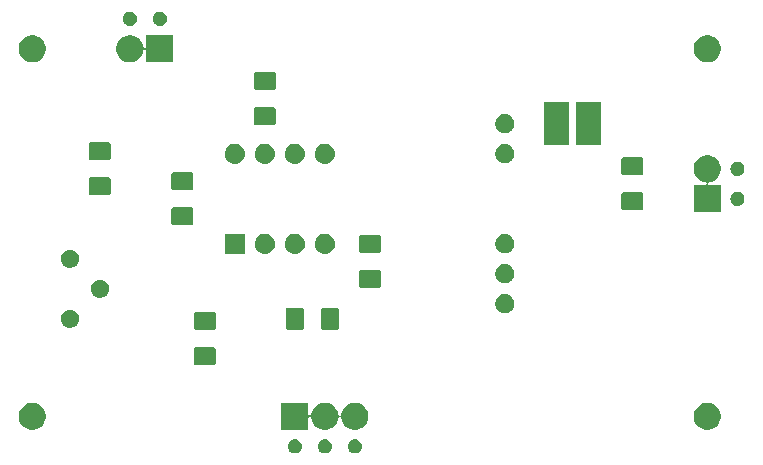
<source format=gbr>
G04 #@! TF.GenerationSoftware,KiCad,Pcbnew,(5.0.2)-1*
G04 #@! TF.CreationDate,2021-10-26T14:02:46-04:00*
G04 #@! TF.ProjectId,thermistor_amplifier,74686572-6d69-4737-946f-725f616d706c,rev?*
G04 #@! TF.SameCoordinates,Original*
G04 #@! TF.FileFunction,Soldermask,Top*
G04 #@! TF.FilePolarity,Negative*
%FSLAX46Y46*%
G04 Gerber Fmt 4.6, Leading zero omitted, Abs format (unit mm)*
G04 Created by KiCad (PCBNEW (5.0.2)-1) date 10/26/2021 2:02:46 PM*
%MOMM*%
%LPD*%
G01*
G04 APERTURE LIST*
%ADD10C,0.100000*%
G04 APERTURE END LIST*
D10*
G36*
X117015305Y-97847096D02*
X117124680Y-97892400D01*
X117223118Y-97958175D01*
X117306825Y-98041882D01*
X117372600Y-98140320D01*
X117417904Y-98249695D01*
X117441000Y-98365806D01*
X117441000Y-98484194D01*
X117417904Y-98600305D01*
X117372600Y-98709680D01*
X117306825Y-98808118D01*
X117223118Y-98891825D01*
X117124680Y-98957600D01*
X117015305Y-99002904D01*
X116899194Y-99026000D01*
X116780806Y-99026000D01*
X116664695Y-99002904D01*
X116555320Y-98957600D01*
X116456882Y-98891825D01*
X116373175Y-98808118D01*
X116307400Y-98709680D01*
X116262096Y-98600305D01*
X116239000Y-98484194D01*
X116239000Y-98365806D01*
X116262096Y-98249695D01*
X116307400Y-98140320D01*
X116373175Y-98041882D01*
X116456882Y-97958175D01*
X116555320Y-97892400D01*
X116664695Y-97847096D01*
X116780806Y-97824000D01*
X116899194Y-97824000D01*
X117015305Y-97847096D01*
X117015305Y-97847096D01*
G37*
G36*
X119555305Y-97847096D02*
X119664680Y-97892400D01*
X119763118Y-97958175D01*
X119846825Y-98041882D01*
X119912600Y-98140320D01*
X119957904Y-98249695D01*
X119981000Y-98365806D01*
X119981000Y-98484194D01*
X119957904Y-98600305D01*
X119912600Y-98709680D01*
X119846825Y-98808118D01*
X119763118Y-98891825D01*
X119664680Y-98957600D01*
X119555305Y-99002904D01*
X119439194Y-99026000D01*
X119320806Y-99026000D01*
X119204695Y-99002904D01*
X119095320Y-98957600D01*
X118996882Y-98891825D01*
X118913175Y-98808118D01*
X118847400Y-98709680D01*
X118802096Y-98600305D01*
X118779000Y-98484194D01*
X118779000Y-98365806D01*
X118802096Y-98249695D01*
X118847400Y-98140320D01*
X118913175Y-98041882D01*
X118996882Y-97958175D01*
X119095320Y-97892400D01*
X119204695Y-97847096D01*
X119320806Y-97824000D01*
X119439194Y-97824000D01*
X119555305Y-97847096D01*
X119555305Y-97847096D01*
G37*
G36*
X122095305Y-97847096D02*
X122204680Y-97892400D01*
X122303118Y-97958175D01*
X122386825Y-98041882D01*
X122452600Y-98140320D01*
X122497904Y-98249695D01*
X122521000Y-98365806D01*
X122521000Y-98484194D01*
X122497904Y-98600305D01*
X122452600Y-98709680D01*
X122386825Y-98808118D01*
X122303118Y-98891825D01*
X122204680Y-98957600D01*
X122095305Y-99002904D01*
X121979194Y-99026000D01*
X121860806Y-99026000D01*
X121744695Y-99002904D01*
X121635320Y-98957600D01*
X121536882Y-98891825D01*
X121453175Y-98808118D01*
X121387400Y-98709680D01*
X121342096Y-98600305D01*
X121319000Y-98484194D01*
X121319000Y-98365806D01*
X121342096Y-98249695D01*
X121387400Y-98140320D01*
X121453175Y-98041882D01*
X121536882Y-97958175D01*
X121635320Y-97892400D01*
X121744695Y-97847096D01*
X121860806Y-97824000D01*
X121979194Y-97824000D01*
X122095305Y-97847096D01*
X122095305Y-97847096D01*
G37*
G36*
X117991000Y-95698997D02*
X117993402Y-95723383D01*
X118000515Y-95746832D01*
X118012066Y-95768443D01*
X118027612Y-95787385D01*
X118046554Y-95802931D01*
X118068165Y-95814482D01*
X118091614Y-95821595D01*
X118116000Y-95823997D01*
X118140386Y-95821595D01*
X118163835Y-95814482D01*
X118185446Y-95802931D01*
X118204388Y-95787385D01*
X118219934Y-95768443D01*
X118231485Y-95746832D01*
X118238598Y-95723383D01*
X118273232Y-95549266D01*
X118359996Y-95339798D01*
X118485962Y-95151277D01*
X118646277Y-94990962D01*
X118834798Y-94864996D01*
X119044266Y-94778232D01*
X119266635Y-94734000D01*
X119493365Y-94734000D01*
X119715734Y-94778232D01*
X119925202Y-94864996D01*
X120113723Y-94990962D01*
X120274038Y-95151277D01*
X120400004Y-95339798D01*
X120486768Y-95549266D01*
X120527402Y-95753547D01*
X120534515Y-95776996D01*
X120546066Y-95798607D01*
X120561612Y-95817549D01*
X120580554Y-95833095D01*
X120602165Y-95844646D01*
X120625614Y-95851759D01*
X120650000Y-95854161D01*
X120674386Y-95851759D01*
X120697835Y-95844646D01*
X120719446Y-95833095D01*
X120738388Y-95817549D01*
X120753934Y-95798607D01*
X120765485Y-95776996D01*
X120772598Y-95753547D01*
X120813232Y-95549266D01*
X120899996Y-95339798D01*
X121025962Y-95151277D01*
X121186277Y-94990962D01*
X121374798Y-94864996D01*
X121584266Y-94778232D01*
X121806635Y-94734000D01*
X122033365Y-94734000D01*
X122255734Y-94778232D01*
X122465202Y-94864996D01*
X122653723Y-94990962D01*
X122814038Y-95151277D01*
X122940004Y-95339798D01*
X123026768Y-95549266D01*
X123071000Y-95771635D01*
X123071000Y-95998365D01*
X123026768Y-96220734D01*
X122940004Y-96430202D01*
X122814038Y-96618723D01*
X122653723Y-96779038D01*
X122465202Y-96905004D01*
X122255734Y-96991768D01*
X122033365Y-97036000D01*
X121806635Y-97036000D01*
X121584266Y-96991768D01*
X121374798Y-96905004D01*
X121186277Y-96779038D01*
X121025962Y-96618723D01*
X120899996Y-96430202D01*
X120813232Y-96220734D01*
X120772598Y-96016453D01*
X120765485Y-95993004D01*
X120753934Y-95971393D01*
X120738388Y-95952451D01*
X120719446Y-95936905D01*
X120697835Y-95925354D01*
X120674386Y-95918241D01*
X120650000Y-95915839D01*
X120625614Y-95918241D01*
X120602165Y-95925354D01*
X120580554Y-95936905D01*
X120561612Y-95952451D01*
X120546066Y-95971393D01*
X120534515Y-95993004D01*
X120527402Y-96016453D01*
X120486768Y-96220734D01*
X120400004Y-96430202D01*
X120274038Y-96618723D01*
X120113723Y-96779038D01*
X119925202Y-96905004D01*
X119715734Y-96991768D01*
X119493365Y-97036000D01*
X119266635Y-97036000D01*
X119044266Y-96991768D01*
X118834798Y-96905004D01*
X118646277Y-96779038D01*
X118485962Y-96618723D01*
X118359996Y-96430202D01*
X118273232Y-96220734D01*
X118238598Y-96046617D01*
X118231485Y-96023168D01*
X118219934Y-96001557D01*
X118204388Y-95982615D01*
X118185446Y-95967069D01*
X118163835Y-95955518D01*
X118140386Y-95948405D01*
X118116000Y-95946003D01*
X118091614Y-95948405D01*
X118068165Y-95955518D01*
X118046554Y-95967069D01*
X118027612Y-95982615D01*
X118012066Y-96001557D01*
X118000515Y-96023168D01*
X117993402Y-96046617D01*
X117991000Y-96071003D01*
X117991000Y-97036000D01*
X115689000Y-97036000D01*
X115689000Y-94734000D01*
X117991000Y-94734000D01*
X117991000Y-95698997D01*
X117991000Y-95698997D01*
G37*
G36*
X152100734Y-94778232D02*
X152310202Y-94864996D01*
X152498723Y-94990962D01*
X152659038Y-95151277D01*
X152785004Y-95339798D01*
X152871768Y-95549266D01*
X152916000Y-95771635D01*
X152916000Y-95998365D01*
X152871768Y-96220734D01*
X152785004Y-96430202D01*
X152659038Y-96618723D01*
X152498723Y-96779038D01*
X152310202Y-96905004D01*
X152100734Y-96991768D01*
X151878365Y-97036000D01*
X151651635Y-97036000D01*
X151429266Y-96991768D01*
X151219798Y-96905004D01*
X151031277Y-96779038D01*
X150870962Y-96618723D01*
X150744996Y-96430202D01*
X150658232Y-96220734D01*
X150614000Y-95998365D01*
X150614000Y-95771635D01*
X150658232Y-95549266D01*
X150744996Y-95339798D01*
X150870962Y-95151277D01*
X151031277Y-94990962D01*
X151219798Y-94864996D01*
X151429266Y-94778232D01*
X151651635Y-94734000D01*
X151878365Y-94734000D01*
X152100734Y-94778232D01*
X152100734Y-94778232D01*
G37*
G36*
X94950734Y-94778232D02*
X95160202Y-94864996D01*
X95348723Y-94990962D01*
X95509038Y-95151277D01*
X95635004Y-95339798D01*
X95721768Y-95549266D01*
X95766000Y-95771635D01*
X95766000Y-95998365D01*
X95721768Y-96220734D01*
X95635004Y-96430202D01*
X95509038Y-96618723D01*
X95348723Y-96779038D01*
X95160202Y-96905004D01*
X94950734Y-96991768D01*
X94728365Y-97036000D01*
X94501635Y-97036000D01*
X94279266Y-96991768D01*
X94069798Y-96905004D01*
X93881277Y-96779038D01*
X93720962Y-96618723D01*
X93594996Y-96430202D01*
X93508232Y-96220734D01*
X93464000Y-95998365D01*
X93464000Y-95771635D01*
X93508232Y-95549266D01*
X93594996Y-95339798D01*
X93720962Y-95151277D01*
X93881277Y-94990962D01*
X94069798Y-94864996D01*
X94279266Y-94778232D01*
X94501635Y-94734000D01*
X94728365Y-94734000D01*
X94950734Y-94778232D01*
X94950734Y-94778232D01*
G37*
G36*
X109995562Y-90045681D02*
X110030477Y-90056273D01*
X110062665Y-90073478D01*
X110090873Y-90096627D01*
X110114022Y-90124835D01*
X110131227Y-90157023D01*
X110141819Y-90191938D01*
X110146000Y-90234395D01*
X110146000Y-91375605D01*
X110141819Y-91418062D01*
X110131227Y-91452977D01*
X110114022Y-91485165D01*
X110090873Y-91513373D01*
X110062665Y-91536522D01*
X110030477Y-91553727D01*
X109995562Y-91564319D01*
X109953105Y-91568500D01*
X108486895Y-91568500D01*
X108444438Y-91564319D01*
X108409523Y-91553727D01*
X108377335Y-91536522D01*
X108349127Y-91513373D01*
X108325978Y-91485165D01*
X108308773Y-91452977D01*
X108298181Y-91418062D01*
X108294000Y-91375605D01*
X108294000Y-90234395D01*
X108298181Y-90191938D01*
X108308773Y-90157023D01*
X108325978Y-90124835D01*
X108349127Y-90096627D01*
X108377335Y-90073478D01*
X108409523Y-90056273D01*
X108444438Y-90045681D01*
X108486895Y-90041500D01*
X109953105Y-90041500D01*
X109995562Y-90045681D01*
X109995562Y-90045681D01*
G37*
G36*
X109995562Y-87070681D02*
X110030477Y-87081273D01*
X110062665Y-87098478D01*
X110090873Y-87121627D01*
X110114022Y-87149835D01*
X110131227Y-87182023D01*
X110141819Y-87216938D01*
X110146000Y-87259395D01*
X110146000Y-88400605D01*
X110141819Y-88443062D01*
X110131227Y-88477977D01*
X110114022Y-88510165D01*
X110090873Y-88538373D01*
X110062665Y-88561522D01*
X110030477Y-88578727D01*
X109995562Y-88589319D01*
X109953105Y-88593500D01*
X108486895Y-88593500D01*
X108444438Y-88589319D01*
X108409523Y-88578727D01*
X108377335Y-88561522D01*
X108349127Y-88538373D01*
X108325978Y-88510165D01*
X108308773Y-88477977D01*
X108298181Y-88443062D01*
X108294000Y-88400605D01*
X108294000Y-87259395D01*
X108298181Y-87216938D01*
X108308773Y-87182023D01*
X108325978Y-87149835D01*
X108349127Y-87121627D01*
X108377335Y-87098478D01*
X108409523Y-87081273D01*
X108444438Y-87070681D01*
X108486895Y-87066500D01*
X109953105Y-87066500D01*
X109995562Y-87070681D01*
X109995562Y-87070681D01*
G37*
G36*
X120428062Y-86708181D02*
X120462977Y-86718773D01*
X120495165Y-86735978D01*
X120523373Y-86759127D01*
X120546522Y-86787335D01*
X120563727Y-86819523D01*
X120574319Y-86854438D01*
X120578500Y-86896895D01*
X120578500Y-88363105D01*
X120574319Y-88405562D01*
X120563727Y-88440477D01*
X120546522Y-88472665D01*
X120523373Y-88500873D01*
X120495165Y-88524022D01*
X120462977Y-88541227D01*
X120428062Y-88551819D01*
X120385605Y-88556000D01*
X119244395Y-88556000D01*
X119201938Y-88551819D01*
X119167023Y-88541227D01*
X119134835Y-88524022D01*
X119106627Y-88500873D01*
X119083478Y-88472665D01*
X119066273Y-88440477D01*
X119055681Y-88405562D01*
X119051500Y-88363105D01*
X119051500Y-86896895D01*
X119055681Y-86854438D01*
X119066273Y-86819523D01*
X119083478Y-86787335D01*
X119106627Y-86759127D01*
X119134835Y-86735978D01*
X119167023Y-86718773D01*
X119201938Y-86708181D01*
X119244395Y-86704000D01*
X120385605Y-86704000D01*
X120428062Y-86708181D01*
X120428062Y-86708181D01*
G37*
G36*
X117453062Y-86708181D02*
X117487977Y-86718773D01*
X117520165Y-86735978D01*
X117548373Y-86759127D01*
X117571522Y-86787335D01*
X117588727Y-86819523D01*
X117599319Y-86854438D01*
X117603500Y-86896895D01*
X117603500Y-88363105D01*
X117599319Y-88405562D01*
X117588727Y-88440477D01*
X117571522Y-88472665D01*
X117548373Y-88500873D01*
X117520165Y-88524022D01*
X117487977Y-88541227D01*
X117453062Y-88551819D01*
X117410605Y-88556000D01*
X116269395Y-88556000D01*
X116226938Y-88551819D01*
X116192023Y-88541227D01*
X116159835Y-88524022D01*
X116131627Y-88500873D01*
X116108478Y-88472665D01*
X116091273Y-88440477D01*
X116080681Y-88405562D01*
X116076500Y-88363105D01*
X116076500Y-86896895D01*
X116080681Y-86854438D01*
X116091273Y-86819523D01*
X116108478Y-86787335D01*
X116131627Y-86759127D01*
X116159835Y-86735978D01*
X116192023Y-86718773D01*
X116226938Y-86708181D01*
X116269395Y-86704000D01*
X117410605Y-86704000D01*
X117453062Y-86708181D01*
X117453062Y-86708181D01*
G37*
G36*
X97915589Y-86868876D02*
X98014893Y-86888629D01*
X98155206Y-86946748D01*
X98281484Y-87031125D01*
X98388875Y-87138516D01*
X98473252Y-87264794D01*
X98531371Y-87405107D01*
X98561000Y-87554063D01*
X98561000Y-87705937D01*
X98531371Y-87854893D01*
X98473252Y-87995206D01*
X98388875Y-88121484D01*
X98281484Y-88228875D01*
X98155206Y-88313252D01*
X98014893Y-88371371D01*
X97918101Y-88390624D01*
X97865938Y-88401000D01*
X97714062Y-88401000D01*
X97661899Y-88390624D01*
X97565107Y-88371371D01*
X97424794Y-88313252D01*
X97298516Y-88228875D01*
X97191125Y-88121484D01*
X97106748Y-87995206D01*
X97048629Y-87854893D01*
X97019000Y-87705937D01*
X97019000Y-87554063D01*
X97048629Y-87405107D01*
X97106748Y-87264794D01*
X97191125Y-87138516D01*
X97298516Y-87031125D01*
X97424794Y-86946748D01*
X97565107Y-86888629D01*
X97664411Y-86868876D01*
X97714062Y-86859000D01*
X97865938Y-86859000D01*
X97915589Y-86868876D01*
X97915589Y-86868876D01*
G37*
G36*
X134857142Y-85578242D02*
X135005102Y-85639530D01*
X135138258Y-85728502D01*
X135251498Y-85841742D01*
X135340470Y-85974898D01*
X135401758Y-86122858D01*
X135433000Y-86279925D01*
X135433000Y-86440075D01*
X135401758Y-86597142D01*
X135357495Y-86704000D01*
X135349049Y-86724392D01*
X135340470Y-86745102D01*
X135331099Y-86759127D01*
X135288380Y-86823061D01*
X135251498Y-86878258D01*
X135138258Y-86991498D01*
X135005102Y-87080470D01*
X135005101Y-87080471D01*
X135005100Y-87080471D01*
X134989598Y-87086892D01*
X134857142Y-87141758D01*
X134700075Y-87173000D01*
X134539925Y-87173000D01*
X134382858Y-87141758D01*
X134250402Y-87086892D01*
X134234900Y-87080471D01*
X134234899Y-87080471D01*
X134234898Y-87080470D01*
X134101742Y-86991498D01*
X133988502Y-86878258D01*
X133951621Y-86823061D01*
X133908901Y-86759127D01*
X133899530Y-86745102D01*
X133890952Y-86724392D01*
X133882505Y-86704000D01*
X133838242Y-86597142D01*
X133807000Y-86440075D01*
X133807000Y-86279925D01*
X133838242Y-86122858D01*
X133899530Y-85974898D01*
X133988502Y-85841742D01*
X134101742Y-85728502D01*
X134234898Y-85639530D01*
X134382858Y-85578242D01*
X134539925Y-85547000D01*
X134700075Y-85547000D01*
X134857142Y-85578242D01*
X134857142Y-85578242D01*
G37*
G36*
X100455589Y-84328876D02*
X100554893Y-84348629D01*
X100695206Y-84406748D01*
X100821484Y-84491125D01*
X100928875Y-84598516D01*
X101013252Y-84724794D01*
X101071371Y-84865107D01*
X101078200Y-84899439D01*
X101097827Y-84998108D01*
X101101000Y-85014063D01*
X101101000Y-85165937D01*
X101071371Y-85314893D01*
X101013252Y-85455206D01*
X100928875Y-85581484D01*
X100821484Y-85688875D01*
X100695206Y-85773252D01*
X100554893Y-85831371D01*
X100455589Y-85851124D01*
X100405938Y-85861000D01*
X100254062Y-85861000D01*
X100204411Y-85851124D01*
X100105107Y-85831371D01*
X99964794Y-85773252D01*
X99838516Y-85688875D01*
X99731125Y-85581484D01*
X99646748Y-85455206D01*
X99588629Y-85314893D01*
X99559000Y-85165937D01*
X99559000Y-85014063D01*
X99562174Y-84998108D01*
X99581800Y-84899439D01*
X99588629Y-84865107D01*
X99646748Y-84724794D01*
X99731125Y-84598516D01*
X99838516Y-84491125D01*
X99964794Y-84406748D01*
X100105107Y-84348629D01*
X100204411Y-84328876D01*
X100254062Y-84319000D01*
X100405938Y-84319000D01*
X100455589Y-84328876D01*
X100455589Y-84328876D01*
G37*
G36*
X123965562Y-83495681D02*
X124000477Y-83506273D01*
X124032665Y-83523478D01*
X124060873Y-83546627D01*
X124084022Y-83574835D01*
X124101227Y-83607023D01*
X124111819Y-83641938D01*
X124116000Y-83684395D01*
X124116000Y-84825605D01*
X124111819Y-84868062D01*
X124101227Y-84902977D01*
X124084022Y-84935165D01*
X124060873Y-84963373D01*
X124032665Y-84986522D01*
X124000477Y-85003727D01*
X123965562Y-85014319D01*
X123923105Y-85018500D01*
X122456895Y-85018500D01*
X122414438Y-85014319D01*
X122379523Y-85003727D01*
X122347335Y-84986522D01*
X122319127Y-84963373D01*
X122295978Y-84935165D01*
X122278773Y-84902977D01*
X122268181Y-84868062D01*
X122264000Y-84825605D01*
X122264000Y-83684395D01*
X122268181Y-83641938D01*
X122278773Y-83607023D01*
X122295978Y-83574835D01*
X122319127Y-83546627D01*
X122347335Y-83523478D01*
X122379523Y-83506273D01*
X122414438Y-83495681D01*
X122456895Y-83491500D01*
X123923105Y-83491500D01*
X123965562Y-83495681D01*
X123965562Y-83495681D01*
G37*
G36*
X134857142Y-83038242D02*
X135005102Y-83099530D01*
X135138258Y-83188502D01*
X135251498Y-83301742D01*
X135340470Y-83434898D01*
X135401758Y-83582858D01*
X135433000Y-83739925D01*
X135433000Y-83900075D01*
X135401758Y-84057142D01*
X135340470Y-84205102D01*
X135251498Y-84338258D01*
X135138258Y-84451498D01*
X135005102Y-84540470D01*
X134857142Y-84601758D01*
X134700075Y-84633000D01*
X134539925Y-84633000D01*
X134382858Y-84601758D01*
X134234898Y-84540470D01*
X134101742Y-84451498D01*
X133988502Y-84338258D01*
X133899530Y-84205102D01*
X133838242Y-84057142D01*
X133807000Y-83900075D01*
X133807000Y-83739925D01*
X133838242Y-83582858D01*
X133899530Y-83434898D01*
X133988502Y-83301742D01*
X134101742Y-83188502D01*
X134234898Y-83099530D01*
X134382858Y-83038242D01*
X134539925Y-83007000D01*
X134700075Y-83007000D01*
X134857142Y-83038242D01*
X134857142Y-83038242D01*
G37*
G36*
X97915589Y-81788876D02*
X98014893Y-81808629D01*
X98155206Y-81866748D01*
X98281484Y-81951125D01*
X98388875Y-82058516D01*
X98473252Y-82184794D01*
X98531371Y-82325107D01*
X98561000Y-82474063D01*
X98561000Y-82625937D01*
X98531371Y-82774893D01*
X98473252Y-82915206D01*
X98388875Y-83041484D01*
X98281484Y-83148875D01*
X98155206Y-83233252D01*
X98014893Y-83291371D01*
X97915589Y-83311124D01*
X97865938Y-83321000D01*
X97714062Y-83321000D01*
X97664411Y-83311124D01*
X97565107Y-83291371D01*
X97424794Y-83233252D01*
X97298516Y-83148875D01*
X97191125Y-83041484D01*
X97106748Y-82915206D01*
X97048629Y-82774893D01*
X97019000Y-82625937D01*
X97019000Y-82474063D01*
X97048629Y-82325107D01*
X97106748Y-82184794D01*
X97191125Y-82058516D01*
X97298516Y-81951125D01*
X97424794Y-81866748D01*
X97565107Y-81808629D01*
X97664411Y-81788876D01*
X97714062Y-81779000D01*
X97865938Y-81779000D01*
X97915589Y-81788876D01*
X97915589Y-81788876D01*
G37*
G36*
X114466821Y-80441313D02*
X114466824Y-80441314D01*
X114466825Y-80441314D01*
X114627239Y-80489975D01*
X114627241Y-80489976D01*
X114627244Y-80489977D01*
X114775078Y-80568995D01*
X114904659Y-80675341D01*
X115011005Y-80804922D01*
X115090023Y-80952756D01*
X115090024Y-80952759D01*
X115090025Y-80952761D01*
X115138686Y-81113175D01*
X115138687Y-81113179D01*
X115155117Y-81280000D01*
X115138687Y-81446821D01*
X115138686Y-81446824D01*
X115138686Y-81446825D01*
X115117356Y-81517142D01*
X115090023Y-81607244D01*
X115011005Y-81755078D01*
X114904659Y-81884659D01*
X114775078Y-81991005D01*
X114627244Y-82070023D01*
X114627241Y-82070024D01*
X114627239Y-82070025D01*
X114466825Y-82118686D01*
X114466824Y-82118686D01*
X114466821Y-82118687D01*
X114341804Y-82131000D01*
X114258196Y-82131000D01*
X114133179Y-82118687D01*
X114133176Y-82118686D01*
X114133175Y-82118686D01*
X113972761Y-82070025D01*
X113972759Y-82070024D01*
X113972756Y-82070023D01*
X113824922Y-81991005D01*
X113695341Y-81884659D01*
X113588995Y-81755078D01*
X113509977Y-81607244D01*
X113482645Y-81517142D01*
X113461314Y-81446825D01*
X113461314Y-81446824D01*
X113461313Y-81446821D01*
X113444883Y-81280000D01*
X113461313Y-81113179D01*
X113461314Y-81113175D01*
X113509975Y-80952761D01*
X113509976Y-80952759D01*
X113509977Y-80952756D01*
X113588995Y-80804922D01*
X113695341Y-80675341D01*
X113824922Y-80568995D01*
X113972756Y-80489977D01*
X113972759Y-80489976D01*
X113972761Y-80489975D01*
X114133175Y-80441314D01*
X114133176Y-80441314D01*
X114133179Y-80441313D01*
X114258196Y-80429000D01*
X114341804Y-80429000D01*
X114466821Y-80441313D01*
X114466821Y-80441313D01*
G37*
G36*
X112611000Y-82131000D02*
X110909000Y-82131000D01*
X110909000Y-80429000D01*
X112611000Y-80429000D01*
X112611000Y-82131000D01*
X112611000Y-82131000D01*
G37*
G36*
X117006821Y-80441313D02*
X117006824Y-80441314D01*
X117006825Y-80441314D01*
X117167239Y-80489975D01*
X117167241Y-80489976D01*
X117167244Y-80489977D01*
X117315078Y-80568995D01*
X117444659Y-80675341D01*
X117551005Y-80804922D01*
X117630023Y-80952756D01*
X117630024Y-80952759D01*
X117630025Y-80952761D01*
X117678686Y-81113175D01*
X117678687Y-81113179D01*
X117695117Y-81280000D01*
X117678687Y-81446821D01*
X117678686Y-81446824D01*
X117678686Y-81446825D01*
X117657356Y-81517142D01*
X117630023Y-81607244D01*
X117551005Y-81755078D01*
X117444659Y-81884659D01*
X117315078Y-81991005D01*
X117167244Y-82070023D01*
X117167241Y-82070024D01*
X117167239Y-82070025D01*
X117006825Y-82118686D01*
X117006824Y-82118686D01*
X117006821Y-82118687D01*
X116881804Y-82131000D01*
X116798196Y-82131000D01*
X116673179Y-82118687D01*
X116673176Y-82118686D01*
X116673175Y-82118686D01*
X116512761Y-82070025D01*
X116512759Y-82070024D01*
X116512756Y-82070023D01*
X116364922Y-81991005D01*
X116235341Y-81884659D01*
X116128995Y-81755078D01*
X116049977Y-81607244D01*
X116022645Y-81517142D01*
X116001314Y-81446825D01*
X116001314Y-81446824D01*
X116001313Y-81446821D01*
X115984883Y-81280000D01*
X116001313Y-81113179D01*
X116001314Y-81113175D01*
X116049975Y-80952761D01*
X116049976Y-80952759D01*
X116049977Y-80952756D01*
X116128995Y-80804922D01*
X116235341Y-80675341D01*
X116364922Y-80568995D01*
X116512756Y-80489977D01*
X116512759Y-80489976D01*
X116512761Y-80489975D01*
X116673175Y-80441314D01*
X116673176Y-80441314D01*
X116673179Y-80441313D01*
X116798196Y-80429000D01*
X116881804Y-80429000D01*
X117006821Y-80441313D01*
X117006821Y-80441313D01*
G37*
G36*
X119546821Y-80441313D02*
X119546824Y-80441314D01*
X119546825Y-80441314D01*
X119707239Y-80489975D01*
X119707241Y-80489976D01*
X119707244Y-80489977D01*
X119855078Y-80568995D01*
X119984659Y-80675341D01*
X120091005Y-80804922D01*
X120170023Y-80952756D01*
X120170024Y-80952759D01*
X120170025Y-80952761D01*
X120218686Y-81113175D01*
X120218687Y-81113179D01*
X120235117Y-81280000D01*
X120218687Y-81446821D01*
X120218686Y-81446824D01*
X120218686Y-81446825D01*
X120197356Y-81517142D01*
X120170023Y-81607244D01*
X120091005Y-81755078D01*
X119984659Y-81884659D01*
X119855078Y-81991005D01*
X119707244Y-82070023D01*
X119707241Y-82070024D01*
X119707239Y-82070025D01*
X119546825Y-82118686D01*
X119546824Y-82118686D01*
X119546821Y-82118687D01*
X119421804Y-82131000D01*
X119338196Y-82131000D01*
X119213179Y-82118687D01*
X119213176Y-82118686D01*
X119213175Y-82118686D01*
X119052761Y-82070025D01*
X119052759Y-82070024D01*
X119052756Y-82070023D01*
X118904922Y-81991005D01*
X118775341Y-81884659D01*
X118668995Y-81755078D01*
X118589977Y-81607244D01*
X118562645Y-81517142D01*
X118541314Y-81446825D01*
X118541314Y-81446824D01*
X118541313Y-81446821D01*
X118524883Y-81280000D01*
X118541313Y-81113179D01*
X118541314Y-81113175D01*
X118589975Y-80952761D01*
X118589976Y-80952759D01*
X118589977Y-80952756D01*
X118668995Y-80804922D01*
X118775341Y-80675341D01*
X118904922Y-80568995D01*
X119052756Y-80489977D01*
X119052759Y-80489976D01*
X119052761Y-80489975D01*
X119213175Y-80441314D01*
X119213176Y-80441314D01*
X119213179Y-80441313D01*
X119338196Y-80429000D01*
X119421804Y-80429000D01*
X119546821Y-80441313D01*
X119546821Y-80441313D01*
G37*
G36*
X134857142Y-80498242D02*
X135005102Y-80559530D01*
X135023206Y-80571627D01*
X135118891Y-80635561D01*
X135138258Y-80648502D01*
X135251498Y-80761742D01*
X135340470Y-80894898D01*
X135401758Y-81042858D01*
X135433000Y-81199925D01*
X135433000Y-81360075D01*
X135401758Y-81517142D01*
X135364438Y-81607239D01*
X135340471Y-81665100D01*
X135251499Y-81798257D01*
X135138257Y-81911499D01*
X135078952Y-81951125D01*
X135005102Y-82000470D01*
X134857142Y-82061758D01*
X134700075Y-82093000D01*
X134539925Y-82093000D01*
X134382858Y-82061758D01*
X134234898Y-82000470D01*
X134161048Y-81951125D01*
X134101743Y-81911499D01*
X133988501Y-81798257D01*
X133899529Y-81665100D01*
X133875562Y-81607239D01*
X133838242Y-81517142D01*
X133807000Y-81360075D01*
X133807000Y-81199925D01*
X133838242Y-81042858D01*
X133899530Y-80894898D01*
X133988502Y-80761742D01*
X134101742Y-80648502D01*
X134121110Y-80635561D01*
X134216794Y-80571627D01*
X134234898Y-80559530D01*
X134382858Y-80498242D01*
X134539925Y-80467000D01*
X134700075Y-80467000D01*
X134857142Y-80498242D01*
X134857142Y-80498242D01*
G37*
G36*
X123965562Y-80520681D02*
X124000477Y-80531273D01*
X124032665Y-80548478D01*
X124060873Y-80571627D01*
X124084022Y-80599835D01*
X124101227Y-80632023D01*
X124111819Y-80666938D01*
X124116000Y-80709395D01*
X124116000Y-81850605D01*
X124111819Y-81893062D01*
X124101227Y-81927977D01*
X124084022Y-81960165D01*
X124060873Y-81988373D01*
X124032665Y-82011522D01*
X124000477Y-82028727D01*
X123965562Y-82039319D01*
X123923105Y-82043500D01*
X122456895Y-82043500D01*
X122414438Y-82039319D01*
X122379523Y-82028727D01*
X122347335Y-82011522D01*
X122319127Y-81988373D01*
X122295978Y-81960165D01*
X122278773Y-81927977D01*
X122268181Y-81893062D01*
X122264000Y-81850605D01*
X122264000Y-80709395D01*
X122268181Y-80666938D01*
X122278773Y-80632023D01*
X122295978Y-80599835D01*
X122319127Y-80571627D01*
X122347335Y-80548478D01*
X122379523Y-80531273D01*
X122414438Y-80520681D01*
X122456895Y-80516500D01*
X123923105Y-80516500D01*
X123965562Y-80520681D01*
X123965562Y-80520681D01*
G37*
G36*
X108090562Y-78198181D02*
X108125477Y-78208773D01*
X108157665Y-78225978D01*
X108185873Y-78249127D01*
X108209022Y-78277335D01*
X108226227Y-78309523D01*
X108236819Y-78344438D01*
X108241000Y-78386895D01*
X108241000Y-79528105D01*
X108236819Y-79570562D01*
X108226227Y-79605477D01*
X108209022Y-79637665D01*
X108185873Y-79665873D01*
X108157665Y-79689022D01*
X108125477Y-79706227D01*
X108090562Y-79716819D01*
X108048105Y-79721000D01*
X106581895Y-79721000D01*
X106539438Y-79716819D01*
X106504523Y-79706227D01*
X106472335Y-79689022D01*
X106444127Y-79665873D01*
X106420978Y-79637665D01*
X106403773Y-79605477D01*
X106393181Y-79570562D01*
X106389000Y-79528105D01*
X106389000Y-78386895D01*
X106393181Y-78344438D01*
X106403773Y-78309523D01*
X106420978Y-78277335D01*
X106444127Y-78249127D01*
X106472335Y-78225978D01*
X106504523Y-78208773D01*
X106539438Y-78198181D01*
X106581895Y-78194000D01*
X108048105Y-78194000D01*
X108090562Y-78198181D01*
X108090562Y-78198181D01*
G37*
G36*
X152100734Y-73823232D02*
X152310202Y-73909996D01*
X152498723Y-74035962D01*
X152659038Y-74196277D01*
X152785004Y-74384798D01*
X152871768Y-74594266D01*
X152916000Y-74816635D01*
X152916000Y-75043365D01*
X152871768Y-75265734D01*
X152785004Y-75475202D01*
X152659038Y-75663723D01*
X152498723Y-75824038D01*
X152310202Y-75950004D01*
X152100734Y-76036768D01*
X151926617Y-76071402D01*
X151903168Y-76078515D01*
X151881557Y-76090066D01*
X151862615Y-76105612D01*
X151847069Y-76124554D01*
X151835518Y-76146165D01*
X151828405Y-76169614D01*
X151826003Y-76194000D01*
X151828405Y-76218386D01*
X151835518Y-76241835D01*
X151847069Y-76263446D01*
X151862615Y-76282388D01*
X151881557Y-76297934D01*
X151903168Y-76309485D01*
X151926617Y-76316598D01*
X151951003Y-76319000D01*
X152916000Y-76319000D01*
X152916000Y-78621000D01*
X150614000Y-78621000D01*
X150614000Y-76319000D01*
X151578997Y-76319000D01*
X151603383Y-76316598D01*
X151626832Y-76309485D01*
X151648443Y-76297934D01*
X151667385Y-76282388D01*
X151682931Y-76263446D01*
X151694482Y-76241835D01*
X151701595Y-76218386D01*
X151703997Y-76194000D01*
X151701595Y-76169614D01*
X151694482Y-76146165D01*
X151682931Y-76124554D01*
X151667385Y-76105612D01*
X151648443Y-76090066D01*
X151626832Y-76078515D01*
X151603383Y-76071402D01*
X151429266Y-76036768D01*
X151219798Y-75950004D01*
X151031277Y-75824038D01*
X150870962Y-75663723D01*
X150744996Y-75475202D01*
X150658232Y-75265734D01*
X150614000Y-75043365D01*
X150614000Y-74816635D01*
X150658232Y-74594266D01*
X150744996Y-74384798D01*
X150870962Y-74196277D01*
X151031277Y-74035962D01*
X151219798Y-73909996D01*
X151429266Y-73823232D01*
X151651635Y-73779000D01*
X151878365Y-73779000D01*
X152100734Y-73823232D01*
X152100734Y-73823232D01*
G37*
G36*
X146190562Y-76928181D02*
X146225477Y-76938773D01*
X146257665Y-76955978D01*
X146285873Y-76979127D01*
X146309022Y-77007335D01*
X146326227Y-77039523D01*
X146336819Y-77074438D01*
X146341000Y-77116895D01*
X146341000Y-78258105D01*
X146336819Y-78300562D01*
X146326227Y-78335477D01*
X146309022Y-78367665D01*
X146285873Y-78395873D01*
X146257665Y-78419022D01*
X146225477Y-78436227D01*
X146190562Y-78446819D01*
X146148105Y-78451000D01*
X144681895Y-78451000D01*
X144639438Y-78446819D01*
X144604523Y-78436227D01*
X144572335Y-78419022D01*
X144544127Y-78395873D01*
X144520978Y-78367665D01*
X144503773Y-78335477D01*
X144493181Y-78300562D01*
X144489000Y-78258105D01*
X144489000Y-77116895D01*
X144493181Y-77074438D01*
X144503773Y-77039523D01*
X144520978Y-77007335D01*
X144544127Y-76979127D01*
X144572335Y-76955978D01*
X144604523Y-76938773D01*
X144639438Y-76928181D01*
X144681895Y-76924000D01*
X146148105Y-76924000D01*
X146190562Y-76928181D01*
X146190562Y-76928181D01*
G37*
G36*
X154480305Y-76892096D02*
X154589680Y-76937400D01*
X154688118Y-77003175D01*
X154771825Y-77086882D01*
X154837600Y-77185320D01*
X154882904Y-77294695D01*
X154906000Y-77410806D01*
X154906000Y-77529194D01*
X154882904Y-77645305D01*
X154837600Y-77754680D01*
X154771825Y-77853118D01*
X154688118Y-77936825D01*
X154589680Y-78002600D01*
X154480305Y-78047904D01*
X154364194Y-78071000D01*
X154245806Y-78071000D01*
X154129695Y-78047904D01*
X154020320Y-78002600D01*
X153921882Y-77936825D01*
X153838175Y-77853118D01*
X153772400Y-77754680D01*
X153727096Y-77645305D01*
X153704000Y-77529194D01*
X153704000Y-77410806D01*
X153727096Y-77294695D01*
X153772400Y-77185320D01*
X153838175Y-77086882D01*
X153921882Y-77003175D01*
X154020320Y-76937400D01*
X154129695Y-76892096D01*
X154245806Y-76869000D01*
X154364194Y-76869000D01*
X154480305Y-76892096D01*
X154480305Y-76892096D01*
G37*
G36*
X101105562Y-75658181D02*
X101140477Y-75668773D01*
X101172665Y-75685978D01*
X101200873Y-75709127D01*
X101224022Y-75737335D01*
X101241227Y-75769523D01*
X101251819Y-75804438D01*
X101256000Y-75846895D01*
X101256000Y-76988105D01*
X101251819Y-77030562D01*
X101241227Y-77065477D01*
X101224022Y-77097665D01*
X101200873Y-77125873D01*
X101172665Y-77149022D01*
X101140477Y-77166227D01*
X101105562Y-77176819D01*
X101063105Y-77181000D01*
X99596895Y-77181000D01*
X99554438Y-77176819D01*
X99519523Y-77166227D01*
X99487335Y-77149022D01*
X99459127Y-77125873D01*
X99435978Y-77097665D01*
X99418773Y-77065477D01*
X99408181Y-77030562D01*
X99404000Y-76988105D01*
X99404000Y-75846895D01*
X99408181Y-75804438D01*
X99418773Y-75769523D01*
X99435978Y-75737335D01*
X99459127Y-75709127D01*
X99487335Y-75685978D01*
X99519523Y-75668773D01*
X99554438Y-75658181D01*
X99596895Y-75654000D01*
X101063105Y-75654000D01*
X101105562Y-75658181D01*
X101105562Y-75658181D01*
G37*
G36*
X108090562Y-75223181D02*
X108125477Y-75233773D01*
X108157665Y-75250978D01*
X108185873Y-75274127D01*
X108209022Y-75302335D01*
X108226227Y-75334523D01*
X108236819Y-75369438D01*
X108241000Y-75411895D01*
X108241000Y-76553105D01*
X108236819Y-76595562D01*
X108226227Y-76630477D01*
X108209022Y-76662665D01*
X108185873Y-76690873D01*
X108157665Y-76714022D01*
X108125477Y-76731227D01*
X108090562Y-76741819D01*
X108048105Y-76746000D01*
X106581895Y-76746000D01*
X106539438Y-76741819D01*
X106504523Y-76731227D01*
X106472335Y-76714022D01*
X106444127Y-76690873D01*
X106420978Y-76662665D01*
X106403773Y-76630477D01*
X106393181Y-76595562D01*
X106389000Y-76553105D01*
X106389000Y-75411895D01*
X106393181Y-75369438D01*
X106403773Y-75334523D01*
X106420978Y-75302335D01*
X106444127Y-75274127D01*
X106472335Y-75250978D01*
X106504523Y-75233773D01*
X106539438Y-75223181D01*
X106581895Y-75219000D01*
X108048105Y-75219000D01*
X108090562Y-75223181D01*
X108090562Y-75223181D01*
G37*
G36*
X154480305Y-74352096D02*
X154589680Y-74397400D01*
X154688118Y-74463175D01*
X154771825Y-74546882D01*
X154837600Y-74645320D01*
X154882904Y-74754695D01*
X154906000Y-74870806D01*
X154906000Y-74989194D01*
X154882904Y-75105305D01*
X154837600Y-75214680D01*
X154771825Y-75313118D01*
X154688118Y-75396825D01*
X154589680Y-75462600D01*
X154480305Y-75507904D01*
X154364194Y-75531000D01*
X154245806Y-75531000D01*
X154129695Y-75507904D01*
X154020320Y-75462600D01*
X153921882Y-75396825D01*
X153838175Y-75313118D01*
X153772400Y-75214680D01*
X153727096Y-75105305D01*
X153704000Y-74989194D01*
X153704000Y-74870806D01*
X153727096Y-74754695D01*
X153772400Y-74645320D01*
X153838175Y-74546882D01*
X153921882Y-74463175D01*
X154020320Y-74397400D01*
X154129695Y-74352096D01*
X154245806Y-74329000D01*
X154364194Y-74329000D01*
X154480305Y-74352096D01*
X154480305Y-74352096D01*
G37*
G36*
X146190562Y-73953181D02*
X146225477Y-73963773D01*
X146257665Y-73980978D01*
X146285873Y-74004127D01*
X146309022Y-74032335D01*
X146326227Y-74064523D01*
X146336819Y-74099438D01*
X146341000Y-74141895D01*
X146341000Y-75283105D01*
X146336819Y-75325562D01*
X146326227Y-75360477D01*
X146309022Y-75392665D01*
X146285873Y-75420873D01*
X146257665Y-75444022D01*
X146225477Y-75461227D01*
X146190562Y-75471819D01*
X146148105Y-75476000D01*
X144681895Y-75476000D01*
X144639438Y-75471819D01*
X144604523Y-75461227D01*
X144572335Y-75444022D01*
X144544127Y-75420873D01*
X144520978Y-75392665D01*
X144503773Y-75360477D01*
X144493181Y-75325562D01*
X144489000Y-75283105D01*
X144489000Y-74141895D01*
X144493181Y-74099438D01*
X144503773Y-74064523D01*
X144520978Y-74032335D01*
X144544127Y-74004127D01*
X144572335Y-73980978D01*
X144604523Y-73963773D01*
X144639438Y-73953181D01*
X144681895Y-73949000D01*
X146148105Y-73949000D01*
X146190562Y-73953181D01*
X146190562Y-73953181D01*
G37*
G36*
X117006821Y-72821313D02*
X117006824Y-72821314D01*
X117006825Y-72821314D01*
X117167239Y-72869975D01*
X117167241Y-72869976D01*
X117167244Y-72869977D01*
X117315078Y-72948995D01*
X117444659Y-73055341D01*
X117551005Y-73184922D01*
X117630023Y-73332756D01*
X117630024Y-73332759D01*
X117630025Y-73332761D01*
X117678686Y-73493175D01*
X117678687Y-73493179D01*
X117695117Y-73660000D01*
X117678687Y-73826821D01*
X117678686Y-73826824D01*
X117678686Y-73826825D01*
X117635439Y-73969392D01*
X117630023Y-73987244D01*
X117551005Y-74135078D01*
X117444659Y-74264659D01*
X117315078Y-74371005D01*
X117167244Y-74450023D01*
X117167241Y-74450024D01*
X117167239Y-74450025D01*
X117006825Y-74498686D01*
X117006824Y-74498686D01*
X117006821Y-74498687D01*
X116881804Y-74511000D01*
X116798196Y-74511000D01*
X116673179Y-74498687D01*
X116673176Y-74498686D01*
X116673175Y-74498686D01*
X116512761Y-74450025D01*
X116512759Y-74450024D01*
X116512756Y-74450023D01*
X116364922Y-74371005D01*
X116235341Y-74264659D01*
X116128995Y-74135078D01*
X116049977Y-73987244D01*
X116044562Y-73969392D01*
X116001314Y-73826825D01*
X116001314Y-73826824D01*
X116001313Y-73826821D01*
X115984883Y-73660000D01*
X116001313Y-73493179D01*
X116001314Y-73493175D01*
X116049975Y-73332761D01*
X116049976Y-73332759D01*
X116049977Y-73332756D01*
X116128995Y-73184922D01*
X116235341Y-73055341D01*
X116364922Y-72948995D01*
X116512756Y-72869977D01*
X116512759Y-72869976D01*
X116512761Y-72869975D01*
X116673175Y-72821314D01*
X116673176Y-72821314D01*
X116673179Y-72821313D01*
X116798196Y-72809000D01*
X116881804Y-72809000D01*
X117006821Y-72821313D01*
X117006821Y-72821313D01*
G37*
G36*
X111926821Y-72821313D02*
X111926824Y-72821314D01*
X111926825Y-72821314D01*
X112087239Y-72869975D01*
X112087241Y-72869976D01*
X112087244Y-72869977D01*
X112235078Y-72948995D01*
X112364659Y-73055341D01*
X112471005Y-73184922D01*
X112550023Y-73332756D01*
X112550024Y-73332759D01*
X112550025Y-73332761D01*
X112598686Y-73493175D01*
X112598687Y-73493179D01*
X112615117Y-73660000D01*
X112598687Y-73826821D01*
X112598686Y-73826824D01*
X112598686Y-73826825D01*
X112555439Y-73969392D01*
X112550023Y-73987244D01*
X112471005Y-74135078D01*
X112364659Y-74264659D01*
X112235078Y-74371005D01*
X112087244Y-74450023D01*
X112087241Y-74450024D01*
X112087239Y-74450025D01*
X111926825Y-74498686D01*
X111926824Y-74498686D01*
X111926821Y-74498687D01*
X111801804Y-74511000D01*
X111718196Y-74511000D01*
X111593179Y-74498687D01*
X111593176Y-74498686D01*
X111593175Y-74498686D01*
X111432761Y-74450025D01*
X111432759Y-74450024D01*
X111432756Y-74450023D01*
X111284922Y-74371005D01*
X111155341Y-74264659D01*
X111048995Y-74135078D01*
X110969977Y-73987244D01*
X110964562Y-73969392D01*
X110921314Y-73826825D01*
X110921314Y-73826824D01*
X110921313Y-73826821D01*
X110904883Y-73660000D01*
X110921313Y-73493179D01*
X110921314Y-73493175D01*
X110969975Y-73332761D01*
X110969976Y-73332759D01*
X110969977Y-73332756D01*
X111048995Y-73184922D01*
X111155341Y-73055341D01*
X111284922Y-72948995D01*
X111432756Y-72869977D01*
X111432759Y-72869976D01*
X111432761Y-72869975D01*
X111593175Y-72821314D01*
X111593176Y-72821314D01*
X111593179Y-72821313D01*
X111718196Y-72809000D01*
X111801804Y-72809000D01*
X111926821Y-72821313D01*
X111926821Y-72821313D01*
G37*
G36*
X114466821Y-72821313D02*
X114466824Y-72821314D01*
X114466825Y-72821314D01*
X114627239Y-72869975D01*
X114627241Y-72869976D01*
X114627244Y-72869977D01*
X114775078Y-72948995D01*
X114904659Y-73055341D01*
X115011005Y-73184922D01*
X115090023Y-73332756D01*
X115090024Y-73332759D01*
X115090025Y-73332761D01*
X115138686Y-73493175D01*
X115138687Y-73493179D01*
X115155117Y-73660000D01*
X115138687Y-73826821D01*
X115138686Y-73826824D01*
X115138686Y-73826825D01*
X115095439Y-73969392D01*
X115090023Y-73987244D01*
X115011005Y-74135078D01*
X114904659Y-74264659D01*
X114775078Y-74371005D01*
X114627244Y-74450023D01*
X114627241Y-74450024D01*
X114627239Y-74450025D01*
X114466825Y-74498686D01*
X114466824Y-74498686D01*
X114466821Y-74498687D01*
X114341804Y-74511000D01*
X114258196Y-74511000D01*
X114133179Y-74498687D01*
X114133176Y-74498686D01*
X114133175Y-74498686D01*
X113972761Y-74450025D01*
X113972759Y-74450024D01*
X113972756Y-74450023D01*
X113824922Y-74371005D01*
X113695341Y-74264659D01*
X113588995Y-74135078D01*
X113509977Y-73987244D01*
X113504562Y-73969392D01*
X113461314Y-73826825D01*
X113461314Y-73826824D01*
X113461313Y-73826821D01*
X113444883Y-73660000D01*
X113461313Y-73493179D01*
X113461314Y-73493175D01*
X113509975Y-73332761D01*
X113509976Y-73332759D01*
X113509977Y-73332756D01*
X113588995Y-73184922D01*
X113695341Y-73055341D01*
X113824922Y-72948995D01*
X113972756Y-72869977D01*
X113972759Y-72869976D01*
X113972761Y-72869975D01*
X114133175Y-72821314D01*
X114133176Y-72821314D01*
X114133179Y-72821313D01*
X114258196Y-72809000D01*
X114341804Y-72809000D01*
X114466821Y-72821313D01*
X114466821Y-72821313D01*
G37*
G36*
X119546821Y-72821313D02*
X119546824Y-72821314D01*
X119546825Y-72821314D01*
X119707239Y-72869975D01*
X119707241Y-72869976D01*
X119707244Y-72869977D01*
X119855078Y-72948995D01*
X119984659Y-73055341D01*
X120091005Y-73184922D01*
X120170023Y-73332756D01*
X120170024Y-73332759D01*
X120170025Y-73332761D01*
X120218686Y-73493175D01*
X120218687Y-73493179D01*
X120235117Y-73660000D01*
X120218687Y-73826821D01*
X120218686Y-73826824D01*
X120218686Y-73826825D01*
X120175439Y-73969392D01*
X120170023Y-73987244D01*
X120091005Y-74135078D01*
X119984659Y-74264659D01*
X119855078Y-74371005D01*
X119707244Y-74450023D01*
X119707241Y-74450024D01*
X119707239Y-74450025D01*
X119546825Y-74498686D01*
X119546824Y-74498686D01*
X119546821Y-74498687D01*
X119421804Y-74511000D01*
X119338196Y-74511000D01*
X119213179Y-74498687D01*
X119213176Y-74498686D01*
X119213175Y-74498686D01*
X119052761Y-74450025D01*
X119052759Y-74450024D01*
X119052756Y-74450023D01*
X118904922Y-74371005D01*
X118775341Y-74264659D01*
X118668995Y-74135078D01*
X118589977Y-73987244D01*
X118584562Y-73969392D01*
X118541314Y-73826825D01*
X118541314Y-73826824D01*
X118541313Y-73826821D01*
X118524883Y-73660000D01*
X118541313Y-73493179D01*
X118541314Y-73493175D01*
X118589975Y-73332761D01*
X118589976Y-73332759D01*
X118589977Y-73332756D01*
X118668995Y-73184922D01*
X118775341Y-73055341D01*
X118904922Y-72948995D01*
X119052756Y-72869977D01*
X119052759Y-72869976D01*
X119052761Y-72869975D01*
X119213175Y-72821314D01*
X119213176Y-72821314D01*
X119213179Y-72821313D01*
X119338196Y-72809000D01*
X119421804Y-72809000D01*
X119546821Y-72821313D01*
X119546821Y-72821313D01*
G37*
G36*
X134857142Y-72878242D02*
X135005102Y-72939530D01*
X135138258Y-73028502D01*
X135251498Y-73141742D01*
X135340470Y-73274898D01*
X135401758Y-73422858D01*
X135433000Y-73579925D01*
X135433000Y-73740075D01*
X135401758Y-73897142D01*
X135361576Y-73994148D01*
X135340471Y-74045100D01*
X135254329Y-74174022D01*
X135251498Y-74178258D01*
X135138258Y-74291498D01*
X135005102Y-74380470D01*
X135005101Y-74380471D01*
X135005100Y-74380471D01*
X134971583Y-74394354D01*
X134857142Y-74441758D01*
X134700075Y-74473000D01*
X134539925Y-74473000D01*
X134382858Y-74441758D01*
X134268417Y-74394354D01*
X134234900Y-74380471D01*
X134234899Y-74380471D01*
X134234898Y-74380470D01*
X134101742Y-74291498D01*
X133988502Y-74178258D01*
X133985672Y-74174022D01*
X133899529Y-74045100D01*
X133878424Y-73994148D01*
X133838242Y-73897142D01*
X133807000Y-73740075D01*
X133807000Y-73579925D01*
X133838242Y-73422858D01*
X133899530Y-73274898D01*
X133988502Y-73141742D01*
X134101742Y-73028502D01*
X134234898Y-72939530D01*
X134382858Y-72878242D01*
X134539925Y-72847000D01*
X134700075Y-72847000D01*
X134857142Y-72878242D01*
X134857142Y-72878242D01*
G37*
G36*
X101105562Y-72683181D02*
X101140477Y-72693773D01*
X101172665Y-72710978D01*
X101200873Y-72734127D01*
X101224022Y-72762335D01*
X101241227Y-72794523D01*
X101251819Y-72829438D01*
X101256000Y-72871895D01*
X101256000Y-74013105D01*
X101251819Y-74055562D01*
X101241227Y-74090477D01*
X101224022Y-74122665D01*
X101200873Y-74150873D01*
X101172665Y-74174022D01*
X101140477Y-74191227D01*
X101105562Y-74201819D01*
X101063105Y-74206000D01*
X99596895Y-74206000D01*
X99554438Y-74201819D01*
X99519523Y-74191227D01*
X99487335Y-74174022D01*
X99459127Y-74150873D01*
X99435978Y-74122665D01*
X99418773Y-74090477D01*
X99408181Y-74055562D01*
X99404000Y-74013105D01*
X99404000Y-72871895D01*
X99408181Y-72829438D01*
X99418773Y-72794523D01*
X99435978Y-72762335D01*
X99459127Y-72734127D01*
X99487335Y-72710978D01*
X99519523Y-72693773D01*
X99554438Y-72683181D01*
X99596895Y-72679000D01*
X101063105Y-72679000D01*
X101105562Y-72683181D01*
X101105562Y-72683181D01*
G37*
G36*
X140036000Y-72921000D02*
X137934000Y-72921000D01*
X137934000Y-69319000D01*
X140036000Y-69319000D01*
X140036000Y-72921000D01*
X140036000Y-72921000D01*
G37*
G36*
X142736000Y-72921000D02*
X140634000Y-72921000D01*
X140634000Y-69319000D01*
X142736000Y-69319000D01*
X142736000Y-72921000D01*
X142736000Y-72921000D01*
G37*
G36*
X134857142Y-70338242D02*
X135005102Y-70399530D01*
X135138258Y-70488502D01*
X135251498Y-70601742D01*
X135340470Y-70734898D01*
X135401758Y-70882858D01*
X135433000Y-71039925D01*
X135433000Y-71200075D01*
X135401758Y-71357142D01*
X135340470Y-71505102D01*
X135251498Y-71638258D01*
X135138258Y-71751498D01*
X135005102Y-71840470D01*
X134857142Y-71901758D01*
X134700075Y-71933000D01*
X134539925Y-71933000D01*
X134382858Y-71901758D01*
X134234898Y-71840470D01*
X134101742Y-71751498D01*
X133988502Y-71638258D01*
X133899530Y-71505102D01*
X133838242Y-71357142D01*
X133807000Y-71200075D01*
X133807000Y-71039925D01*
X133838242Y-70882858D01*
X133899530Y-70734898D01*
X133988502Y-70601742D01*
X134101742Y-70488502D01*
X134234898Y-70399530D01*
X134382858Y-70338242D01*
X134539925Y-70307000D01*
X134700075Y-70307000D01*
X134857142Y-70338242D01*
X134857142Y-70338242D01*
G37*
G36*
X115075562Y-69725681D02*
X115110477Y-69736273D01*
X115142665Y-69753478D01*
X115170873Y-69776627D01*
X115194022Y-69804835D01*
X115211227Y-69837023D01*
X115221819Y-69871938D01*
X115226000Y-69914395D01*
X115226000Y-71055605D01*
X115221819Y-71098062D01*
X115211227Y-71132977D01*
X115194022Y-71165165D01*
X115170873Y-71193373D01*
X115142665Y-71216522D01*
X115110477Y-71233727D01*
X115075562Y-71244319D01*
X115033105Y-71248500D01*
X113566895Y-71248500D01*
X113524438Y-71244319D01*
X113489523Y-71233727D01*
X113457335Y-71216522D01*
X113429127Y-71193373D01*
X113405978Y-71165165D01*
X113388773Y-71132977D01*
X113378181Y-71098062D01*
X113374000Y-71055605D01*
X113374000Y-69914395D01*
X113378181Y-69871938D01*
X113388773Y-69837023D01*
X113405978Y-69804835D01*
X113429127Y-69776627D01*
X113457335Y-69753478D01*
X113489523Y-69736273D01*
X113524438Y-69725681D01*
X113566895Y-69721500D01*
X115033105Y-69721500D01*
X115075562Y-69725681D01*
X115075562Y-69725681D01*
G37*
G36*
X115075562Y-66750681D02*
X115110477Y-66761273D01*
X115142665Y-66778478D01*
X115170873Y-66801627D01*
X115194022Y-66829835D01*
X115211227Y-66862023D01*
X115221819Y-66896938D01*
X115226000Y-66939395D01*
X115226000Y-68080605D01*
X115221819Y-68123062D01*
X115211227Y-68157977D01*
X115194022Y-68190165D01*
X115170873Y-68218373D01*
X115142665Y-68241522D01*
X115110477Y-68258727D01*
X115075562Y-68269319D01*
X115033105Y-68273500D01*
X113566895Y-68273500D01*
X113524438Y-68269319D01*
X113489523Y-68258727D01*
X113457335Y-68241522D01*
X113429127Y-68218373D01*
X113405978Y-68190165D01*
X113388773Y-68157977D01*
X113378181Y-68123062D01*
X113374000Y-68080605D01*
X113374000Y-66939395D01*
X113378181Y-66896938D01*
X113388773Y-66862023D01*
X113405978Y-66829835D01*
X113429127Y-66801627D01*
X113457335Y-66778478D01*
X113489523Y-66761273D01*
X113524438Y-66750681D01*
X113566895Y-66746500D01*
X115033105Y-66746500D01*
X115075562Y-66750681D01*
X115075562Y-66750681D01*
G37*
G36*
X103205734Y-63663232D02*
X103415202Y-63749996D01*
X103603723Y-63875962D01*
X103764038Y-64036277D01*
X103890004Y-64224798D01*
X103976768Y-64434266D01*
X104011402Y-64608383D01*
X104018515Y-64631832D01*
X104030066Y-64653443D01*
X104045612Y-64672385D01*
X104064554Y-64687931D01*
X104086165Y-64699482D01*
X104109614Y-64706595D01*
X104134000Y-64708997D01*
X104158386Y-64706595D01*
X104181835Y-64699482D01*
X104203446Y-64687931D01*
X104222388Y-64672385D01*
X104237934Y-64653443D01*
X104249485Y-64631832D01*
X104256598Y-64608383D01*
X104259000Y-64583997D01*
X104259000Y-63619000D01*
X106561000Y-63619000D01*
X106561000Y-65921000D01*
X104259000Y-65921000D01*
X104259000Y-64956003D01*
X104256598Y-64931617D01*
X104249485Y-64908168D01*
X104237934Y-64886557D01*
X104222388Y-64867615D01*
X104203446Y-64852069D01*
X104181835Y-64840518D01*
X104158386Y-64833405D01*
X104134000Y-64831003D01*
X104109614Y-64833405D01*
X104086165Y-64840518D01*
X104064554Y-64852069D01*
X104045612Y-64867615D01*
X104030066Y-64886557D01*
X104018515Y-64908168D01*
X104011402Y-64931617D01*
X103976768Y-65105734D01*
X103890004Y-65315202D01*
X103764038Y-65503723D01*
X103603723Y-65664038D01*
X103415202Y-65790004D01*
X103205734Y-65876768D01*
X102983365Y-65921000D01*
X102756635Y-65921000D01*
X102534266Y-65876768D01*
X102324798Y-65790004D01*
X102136277Y-65664038D01*
X101975962Y-65503723D01*
X101849996Y-65315202D01*
X101763232Y-65105734D01*
X101719000Y-64883365D01*
X101719000Y-64656635D01*
X101763232Y-64434266D01*
X101849996Y-64224798D01*
X101975962Y-64036277D01*
X102136277Y-63875962D01*
X102324798Y-63749996D01*
X102534266Y-63663232D01*
X102756635Y-63619000D01*
X102983365Y-63619000D01*
X103205734Y-63663232D01*
X103205734Y-63663232D01*
G37*
G36*
X152100734Y-63663232D02*
X152310202Y-63749996D01*
X152498723Y-63875962D01*
X152659038Y-64036277D01*
X152785004Y-64224798D01*
X152871768Y-64434266D01*
X152916000Y-64656635D01*
X152916000Y-64883365D01*
X152871768Y-65105734D01*
X152785004Y-65315202D01*
X152659038Y-65503723D01*
X152498723Y-65664038D01*
X152310202Y-65790004D01*
X152100734Y-65876768D01*
X151878365Y-65921000D01*
X151651635Y-65921000D01*
X151429266Y-65876768D01*
X151219798Y-65790004D01*
X151031277Y-65664038D01*
X150870962Y-65503723D01*
X150744996Y-65315202D01*
X150658232Y-65105734D01*
X150614000Y-64883365D01*
X150614000Y-64656635D01*
X150658232Y-64434266D01*
X150744996Y-64224798D01*
X150870962Y-64036277D01*
X151031277Y-63875962D01*
X151219798Y-63749996D01*
X151429266Y-63663232D01*
X151651635Y-63619000D01*
X151878365Y-63619000D01*
X152100734Y-63663232D01*
X152100734Y-63663232D01*
G37*
G36*
X94950734Y-63663232D02*
X95160202Y-63749996D01*
X95348723Y-63875962D01*
X95509038Y-64036277D01*
X95635004Y-64224798D01*
X95721768Y-64434266D01*
X95766000Y-64656635D01*
X95766000Y-64883365D01*
X95721768Y-65105734D01*
X95635004Y-65315202D01*
X95509038Y-65503723D01*
X95348723Y-65664038D01*
X95160202Y-65790004D01*
X94950734Y-65876768D01*
X94728365Y-65921000D01*
X94501635Y-65921000D01*
X94279266Y-65876768D01*
X94069798Y-65790004D01*
X93881277Y-65664038D01*
X93720962Y-65503723D01*
X93594996Y-65315202D01*
X93508232Y-65105734D01*
X93464000Y-64883365D01*
X93464000Y-64656635D01*
X93508232Y-64434266D01*
X93594996Y-64224798D01*
X93720962Y-64036277D01*
X93881277Y-63875962D01*
X94069798Y-63749996D01*
X94279266Y-63663232D01*
X94501635Y-63619000D01*
X94728365Y-63619000D01*
X94950734Y-63663232D01*
X94950734Y-63663232D01*
G37*
G36*
X105585305Y-61652096D02*
X105694680Y-61697400D01*
X105793118Y-61763175D01*
X105876825Y-61846882D01*
X105942600Y-61945320D01*
X105987904Y-62054695D01*
X106011000Y-62170806D01*
X106011000Y-62289194D01*
X105987904Y-62405305D01*
X105942600Y-62514680D01*
X105876825Y-62613118D01*
X105793118Y-62696825D01*
X105694680Y-62762600D01*
X105585305Y-62807904D01*
X105469194Y-62831000D01*
X105350806Y-62831000D01*
X105234695Y-62807904D01*
X105125320Y-62762600D01*
X105026882Y-62696825D01*
X104943175Y-62613118D01*
X104877400Y-62514680D01*
X104832096Y-62405305D01*
X104809000Y-62289194D01*
X104809000Y-62170806D01*
X104832096Y-62054695D01*
X104877400Y-61945320D01*
X104943175Y-61846882D01*
X105026882Y-61763175D01*
X105125320Y-61697400D01*
X105234695Y-61652096D01*
X105350806Y-61629000D01*
X105469194Y-61629000D01*
X105585305Y-61652096D01*
X105585305Y-61652096D01*
G37*
G36*
X103045305Y-61652096D02*
X103154680Y-61697400D01*
X103253118Y-61763175D01*
X103336825Y-61846882D01*
X103402600Y-61945320D01*
X103447904Y-62054695D01*
X103471000Y-62170806D01*
X103471000Y-62289194D01*
X103447904Y-62405305D01*
X103402600Y-62514680D01*
X103336825Y-62613118D01*
X103253118Y-62696825D01*
X103154680Y-62762600D01*
X103045305Y-62807904D01*
X102929194Y-62831000D01*
X102810806Y-62831000D01*
X102694695Y-62807904D01*
X102585320Y-62762600D01*
X102486882Y-62696825D01*
X102403175Y-62613118D01*
X102337400Y-62514680D01*
X102292096Y-62405305D01*
X102269000Y-62289194D01*
X102269000Y-62170806D01*
X102292096Y-62054695D01*
X102337400Y-61945320D01*
X102403175Y-61846882D01*
X102486882Y-61763175D01*
X102585320Y-61697400D01*
X102694695Y-61652096D01*
X102810806Y-61629000D01*
X102929194Y-61629000D01*
X103045305Y-61652096D01*
X103045305Y-61652096D01*
G37*
M02*

</source>
